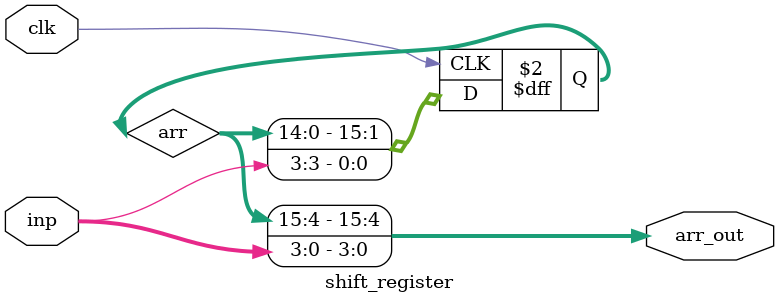
<source format=v>

module shift_register (
    input wire clk,
    input wire [3:0] inp,
    output wire [15:0] arr_out
);

    reg [15:0] arr;

    assign arr_out = {arr[15:4], inp[3:0]};

    always @(posedge clk) begin
        arr <= {arr[14:0], inp[3]}; 
    end

endmodule
</source>
